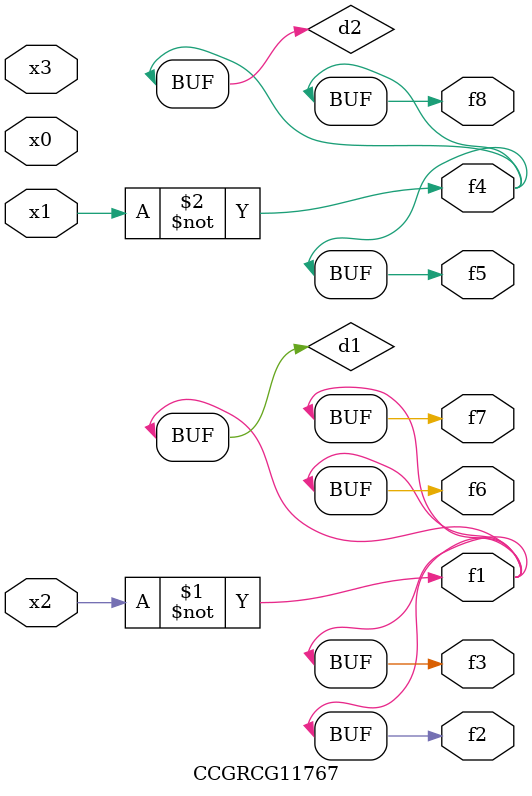
<source format=v>
module CCGRCG11767(
	input x0, x1, x2, x3,
	output f1, f2, f3, f4, f5, f6, f7, f8
);

	wire d1, d2;

	xnor (d1, x2);
	not (d2, x1);
	assign f1 = d1;
	assign f2 = d1;
	assign f3 = d1;
	assign f4 = d2;
	assign f5 = d2;
	assign f6 = d1;
	assign f7 = d1;
	assign f8 = d2;
endmodule

</source>
